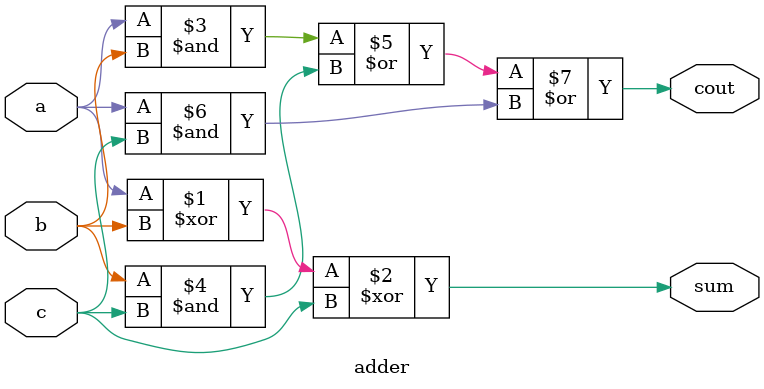
<source format=v>
module top_module( 
    input [99:0] a, b,
    input cin,
    output [99:0] cout,
    output [99:0] sum );
     genvar i;
    generate 
        for(i=0;i<$bits(sum);i=i+1) begin : dgdgd
            if (i==0) adder a1(.a(a[i]),.b(b[i]),.c(cin),.cout(cout[i]),.sum(sum[i]));
            else  adder a1(.a(a[i]),.b(b[i]),.c(cout[i-1]),.cout(cout[i]),.sum(sum[i]));
        end
    endgenerate
endmodule
module adder(input a,b,c,output cout,sum);
    assign sum={a^b^c};
    assign cout={(a&b)|(b&c)|(a&c)};
endmodule

</source>
